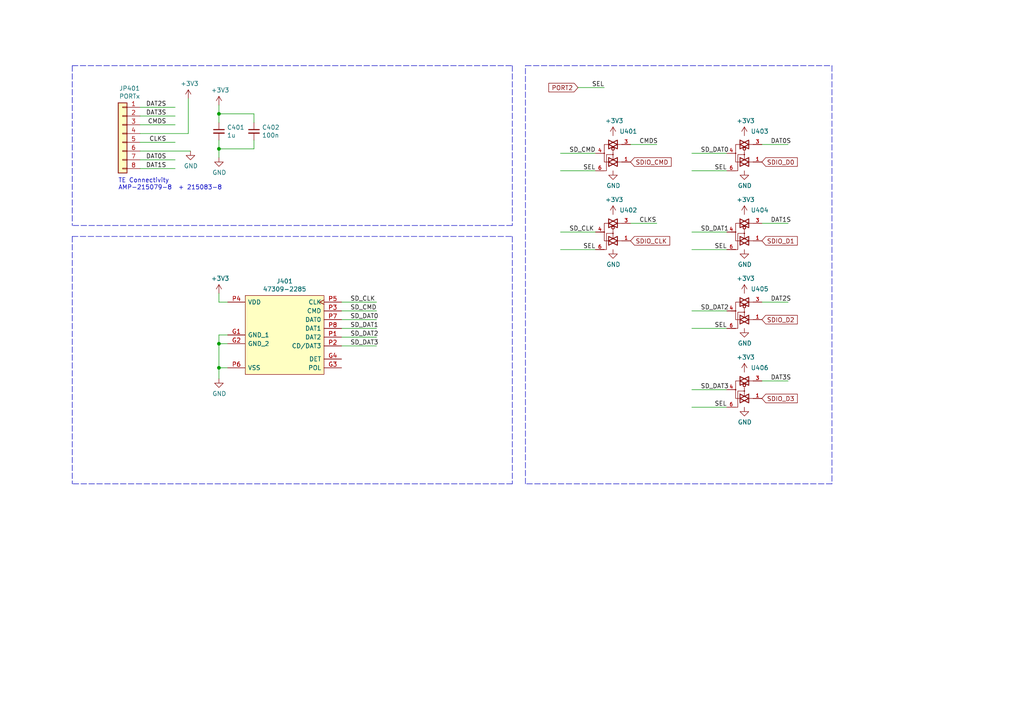
<source format=kicad_sch>
(kicad_sch (version 20200608) (host eeschema "(5.99.0-1973-g8c57821e9)")
  (page 1 9)
  (paper "A4")
  (lib_symbols
    (symbol "47309-2285:47309-2285" (pin_names (offset 0.762))
      (property "Reference" "J" (at 29.21 7.62 0))
      (property "Value" "47309-2285" (at 29.21 5.08 0))
      (symbol "47309-2285_0_1"
        (polyline (pts (xy 5.08 2.54) (xy 27.94 2.54) (xy 27.94 -20.32) (xy 5.08 -20.32) (xy 5.08 2.54)) (stroke (width 0.152)) (fill (type background)))
      )
      (symbol "47309-2285_0_0"
        (pin passive line (at 0 -8.89 0) (length 5.08) (name "GND_1") (number "G1"))
        (pin passive line (at 0 -11.43 0) (length 5.08) (name "GND_2") (number "G2"))
        (pin passive line (at 33.02 -18.415 180) (length 5.08) (name "POL") (number "G3"))
        (pin passive line (at 33.02 -15.875 180) (length 5.08) (name "DET") (number "G4"))
        (pin passive line (at 33.02 -9.525 180) (length 5.08) (name "DAT2") (number "P1"))
        (pin passive line (at 33.02 -12.065 180) (length 5.08) (name "CD/DAT3") (number "P2"))
        (pin passive line (at 33.02 -1.905 180) (length 5.08) (name "CMD") (number "P3"))
        (pin passive line (at 0 0.635 0) (length 5.08) (name "VDD") (number "P4"))
        (pin passive clock (at 33.02 0.635 180) (length 5.08) (name "CLK") (number "P5"))
        (pin passive line (at 0 -18.415 0) (length 5.08) (name "VSS") (number "P6"))
        (pin passive line (at 33.02 -4.445 180) (length 5.08) (name "DAT0") (number "P7"))
        (pin passive line (at 33.02 -6.985 180) (length 5.08) (name "DAT1") (number "P8"))
      )
    )
    (symbol "74LVC1G3157:74LVC1G3157"
      (property "Reference" "U" (at -2.54 5.08 0))
      (property "Value" "74LVC1G3157" (at 0 -6.35 0))
      (symbol "74LVC1G3157_0_0"
        (circle (center -2.54 0) (radius 0.127))
        (circle (center 0 -0.381) (radius 0.127))
        (circle (center 0 1.27) (radius 0.381) (stroke (width 0.254)))
        (polyline (pts (xy -3.81 -5.08) (xy -2.54 -5.08)))
        (polyline (pts (xy -3.81 0) (xy -2.54 0)))
        (polyline (pts (xy 2.54 -2.54) (xy 1.27 -2.54)))
        (polyline (pts (xy 2.54 2.54) (xy 1.27 2.54)))
        (polyline (pts (xy 0 0.635) (xy 0 -0.381) (xy 0 -1.905)))
        (polyline (pts (xy -1.27 -2.54) (xy 0 -3.175) (xy -1.27 -3.81) (xy -1.27 -2.54)) (stroke (width 0.254)))
        (polyline (pts (xy -1.27 -1.27) (xy -1.27 -2.54) (xy 0 -1.905) (xy -1.27 -1.27)) (stroke (width 0.254)))
        (polyline (pts (xy -1.27 2.54) (xy 0 1.905) (xy -1.27 1.27) (xy -1.27 2.54)) (stroke (width 0.254)))
        (polyline (pts (xy -1.27 3.81) (xy 0 3.175) (xy -1.27 2.54) (xy -1.27 3.81)) (stroke (width 0.254)))
        (polyline (pts (xy 0 -0.381) (xy -1.905 -0.381) (xy -1.905 -5.08) (xy -2.54 -5.08)))
        (polyline (pts (xy 1.27 -2.54) (xy 0 -3.175) (xy 1.27 -3.81) (xy 1.27 -2.54)) (stroke (width 0.254)))
        (polyline (pts (xy 1.27 -1.27) (xy 1.27 -2.54) (xy 0 -1.905) (xy 1.27 -1.27)) (stroke (width 0.254)))
        (polyline (pts (xy 1.27 2.54) (xy 1.27 1.27) (xy 0 1.905) (xy 1.27 2.54)) (stroke (width 0.254)))
        (polyline (pts (xy 1.27 2.54) (xy 1.27 3.81) (xy 0 3.175) (xy 1.27 2.54)) (stroke (width 0.254)))
        (polyline (pts (xy -1.27 2.54) (xy -2.54 2.54) (xy -2.54 0) (xy -2.54 -2.54) (xy -1.27 -2.54)))
        (pin power_in line (at 0 -5.08 270) (length 0) hide (name "GND") (number "2"))
        (pin power_in line (at 0 5.08 90) (length 0) hide (name "VCC") (number "5"))
        (pin bidirectional line (at 5.08 2.54 180) (length 2.54) (name "~") (number "3"))
        (pin bidirectional line (at 5.08 -2.54 180) (length 2.54) (name "~") (number "1"))
        (pin bidirectional line (at -5.08 0 0) (length 2.54) (name "~") (number "4"))
        (pin input line (at -5.08 -5.08 0) (length 2.54) (name "~") (number "6"))
      )
    )
    (symbol "74LVC1G3157:74LVC1G3157_1"
      (property "Reference" "U" (at -2.54 5.08 0))
      (property "Value" "74LVC1G3157" (at 0 -6.35 0))
      (symbol "74LVC1G3157_1_0_0"
        (circle (center -2.54 0) (radius 0.127))
        (circle (center 0 -0.381) (radius 0.127))
        (circle (center 0 1.27) (radius 0.381) (stroke (width 0.254)))
        (polyline (pts (xy -3.81 -5.08) (xy -2.54 -5.08)))
        (polyline (pts (xy -3.81 0) (xy -2.54 0)))
        (polyline (pts (xy 2.54 -2.54) (xy 1.27 -2.54)))
        (polyline (pts (xy 2.54 2.54) (xy 1.27 2.54)))
        (polyline (pts (xy 0 0.635) (xy 0 -0.381) (xy 0 -1.905)))
        (polyline (pts (xy -1.27 -2.54) (xy 0 -3.175) (xy -1.27 -3.81) (xy -1.27 -2.54)) (stroke (width 0.254)))
        (polyline (pts (xy -1.27 -1.27) (xy -1.27 -2.54) (xy 0 -1.905) (xy -1.27 -1.27)) (stroke (width 0.254)))
        (polyline (pts (xy -1.27 2.54) (xy 0 1.905) (xy -1.27 1.27) (xy -1.27 2.54)) (stroke (width 0.254)))
        (polyline (pts (xy -1.27 3.81) (xy 0 3.175) (xy -1.27 2.54) (xy -1.27 3.81)) (stroke (width 0.254)))
        (polyline (pts (xy 0 -0.381) (xy -1.905 -0.381) (xy -1.905 -5.08) (xy -2.54 -5.08)))
        (polyline (pts (xy 1.27 -2.54) (xy 0 -3.175) (xy 1.27 -3.81) (xy 1.27 -2.54)) (stroke (width 0.254)))
        (polyline (pts (xy 1.27 -1.27) (xy 1.27 -2.54) (xy 0 -1.905) (xy 1.27 -1.27)) (stroke (width 0.254)))
        (polyline (pts (xy 1.27 2.54) (xy 1.27 1.27) (xy 0 1.905) (xy 1.27 2.54)) (stroke (width 0.254)))
        (polyline (pts (xy 1.27 2.54) (xy 1.27 3.81) (xy 0 3.175) (xy 1.27 2.54)) (stroke (width 0.254)))
        (polyline (pts (xy -1.27 2.54) (xy -2.54 2.54) (xy -2.54 0) (xy -2.54 -2.54) (xy -1.27 -2.54)))
        (pin power_in line (at 0 -5.08 270) (length 0) hide (name "GND") (number "2"))
        (pin power_in line (at 0 5.08 90) (length 0) hide (name "VCC") (number "5"))
        (pin bidirectional line (at 5.08 2.54 180) (length 2.54) (name "~") (number "3"))
        (pin bidirectional line (at 5.08 -2.54 180) (length 2.54) (name "~") (number "1"))
        (pin bidirectional line (at -5.08 0 0) (length 2.54) (name "~") (number "4"))
        (pin input line (at -5.08 -5.08 0) (length 2.54) (name "~") (number "6"))
      )
    )
    (symbol "74LVC1G3157:74LVC1G3157_2"
      (property "Reference" "U" (at -2.54 5.08 0))
      (property "Value" "74LVC1G3157" (at 0 -6.35 0))
      (symbol "74LVC1G3157_2_0_0"
        (circle (center -2.54 0) (radius 0.127))
        (circle (center 0 -0.381) (radius 0.127))
        (circle (center 0 1.27) (radius 0.381) (stroke (width 0.254)))
        (polyline (pts (xy -3.81 -5.08) (xy -2.54 -5.08)))
        (polyline (pts (xy -3.81 0) (xy -2.54 0)))
        (polyline (pts (xy 2.54 -2.54) (xy 1.27 -2.54)))
        (polyline (pts (xy 2.54 2.54) (xy 1.27 2.54)))
        (polyline (pts (xy 0 0.635) (xy 0 -0.381) (xy 0 -1.905)))
        (polyline (pts (xy -1.27 -2.54) (xy 0 -3.175) (xy -1.27 -3.81) (xy -1.27 -2.54)) (stroke (width 0.254)))
        (polyline (pts (xy -1.27 -1.27) (xy -1.27 -2.54) (xy 0 -1.905) (xy -1.27 -1.27)) (stroke (width 0.254)))
        (polyline (pts (xy -1.27 2.54) (xy 0 1.905) (xy -1.27 1.27) (xy -1.27 2.54)) (stroke (width 0.254)))
        (polyline (pts (xy -1.27 3.81) (xy 0 3.175) (xy -1.27 2.54) (xy -1.27 3.81)) (stroke (width 0.254)))
        (polyline (pts (xy 0 -0.381) (xy -1.905 -0.381) (xy -1.905 -5.08) (xy -2.54 -5.08)))
        (polyline (pts (xy 1.27 -2.54) (xy 0 -3.175) (xy 1.27 -3.81) (xy 1.27 -2.54)) (stroke (width 0.254)))
        (polyline (pts (xy 1.27 -1.27) (xy 1.27 -2.54) (xy 0 -1.905) (xy 1.27 -1.27)) (stroke (width 0.254)))
        (polyline (pts (xy 1.27 2.54) (xy 1.27 1.27) (xy 0 1.905) (xy 1.27 2.54)) (stroke (width 0.254)))
        (polyline (pts (xy 1.27 2.54) (xy 1.27 3.81) (xy 0 3.175) (xy 1.27 2.54)) (stroke (width 0.254)))
        (polyline (pts (xy -1.27 2.54) (xy -2.54 2.54) (xy -2.54 0) (xy -2.54 -2.54) (xy -1.27 -2.54)))
        (pin power_in line (at 0 -5.08 270) (length 0) hide (name "GND") (number "2"))
        (pin power_in line (at 0 5.08 90) (length 0) hide (name "VCC") (number "5"))
        (pin bidirectional line (at 5.08 2.54 180) (length 2.54) (name "~") (number "3"))
        (pin bidirectional line (at 5.08 -2.54 180) (length 2.54) (name "~") (number "1"))
        (pin bidirectional line (at -5.08 0 0) (length 2.54) (name "~") (number "4"))
        (pin input line (at -5.08 -5.08 0) (length 2.54) (name "~") (number "6"))
      )
    )
    (symbol "74LVC1G3157:74LVC1G3157_3"
      (property "Reference" "U" (at -2.54 5.08 0))
      (property "Value" "74LVC1G3157" (at 0 -6.35 0))
      (symbol "74LVC1G3157_3_0_0"
        (circle (center -2.54 0) (radius 0.127))
        (circle (center 0 -0.381) (radius 0.127))
        (circle (center 0 1.27) (radius 0.381) (stroke (width 0.254)))
        (polyline (pts (xy -3.81 -5.08) (xy -2.54 -5.08)))
        (polyline (pts (xy -3.81 0) (xy -2.54 0)))
        (polyline (pts (xy 2.54 -2.54) (xy 1.27 -2.54)))
        (polyline (pts (xy 2.54 2.54) (xy 1.27 2.54)))
        (polyline (pts (xy 0 0.635) (xy 0 -0.381) (xy 0 -1.905)))
        (polyline (pts (xy -1.27 -2.54) (xy 0 -3.175) (xy -1.27 -3.81) (xy -1.27 -2.54)) (stroke (width 0.254)))
        (polyline (pts (xy -1.27 -1.27) (xy -1.27 -2.54) (xy 0 -1.905) (xy -1.27 -1.27)) (stroke (width 0.254)))
        (polyline (pts (xy -1.27 2.54) (xy 0 1.905) (xy -1.27 1.27) (xy -1.27 2.54)) (stroke (width 0.254)))
        (polyline (pts (xy -1.27 3.81) (xy 0 3.175) (xy -1.27 2.54) (xy -1.27 3.81)) (stroke (width 0.254)))
        (polyline (pts (xy 0 -0.381) (xy -1.905 -0.381) (xy -1.905 -5.08) (xy -2.54 -5.08)))
        (polyline (pts (xy 1.27 -2.54) (xy 0 -3.175) (xy 1.27 -3.81) (xy 1.27 -2.54)) (stroke (width 0.254)))
        (polyline (pts (xy 1.27 -1.27) (xy 1.27 -2.54) (xy 0 -1.905) (xy 1.27 -1.27)) (stroke (width 0.254)))
        (polyline (pts (xy 1.27 2.54) (xy 1.27 1.27) (xy 0 1.905) (xy 1.27 2.54)) (stroke (width 0.254)))
        (polyline (pts (xy 1.27 2.54) (xy 1.27 3.81) (xy 0 3.175) (xy 1.27 2.54)) (stroke (width 0.254)))
        (polyline (pts (xy -1.27 2.54) (xy -2.54 2.54) (xy -2.54 0) (xy -2.54 -2.54) (xy -1.27 -2.54)))
        (pin power_in line (at 0 -5.08 270) (length 0) hide (name "GND") (number "2"))
        (pin power_in line (at 0 5.08 90) (length 0) hide (name "VCC") (number "5"))
        (pin bidirectional line (at 5.08 2.54 180) (length 2.54) (name "~") (number "3"))
        (pin bidirectional line (at 5.08 -2.54 180) (length 2.54) (name "~") (number "1"))
        (pin bidirectional line (at -5.08 0 0) (length 2.54) (name "~") (number "4"))
        (pin input line (at -5.08 -5.08 0) (length 2.54) (name "~") (number "6"))
      )
    )
    (symbol "74LVC1G3157:74LVC1G3157_4"
      (property "Reference" "U" (at -2.54 5.08 0))
      (property "Value" "74LVC1G3157" (at 0 -6.35 0))
      (symbol "74LVC1G3157_4_0_0"
        (circle (center -2.54 0) (radius 0.127))
        (circle (center 0 -0.381) (radius 0.127))
        (circle (center 0 1.27) (radius 0.381) (stroke (width 0.254)))
        (polyline (pts (xy -3.81 -5.08) (xy -2.54 -5.08)))
        (polyline (pts (xy -3.81 0) (xy -2.54 0)))
        (polyline (pts (xy 2.54 -2.54) (xy 1.27 -2.54)))
        (polyline (pts (xy 2.54 2.54) (xy 1.27 2.54)))
        (polyline (pts (xy 0 0.635) (xy 0 -0.381) (xy 0 -1.905)))
        (polyline (pts (xy -1.27 -2.54) (xy 0 -3.175) (xy -1.27 -3.81) (xy -1.27 -2.54)) (stroke (width 0.254)))
        (polyline (pts (xy -1.27 -1.27) (xy -1.27 -2.54) (xy 0 -1.905) (xy -1.27 -1.27)) (stroke (width 0.254)))
        (polyline (pts (xy -1.27 2.54) (xy 0 1.905) (xy -1.27 1.27) (xy -1.27 2.54)) (stroke (width 0.254)))
        (polyline (pts (xy -1.27 3.81) (xy 0 3.175) (xy -1.27 2.54) (xy -1.27 3.81)) (stroke (width 0.254)))
        (polyline (pts (xy 0 -0.381) (xy -1.905 -0.381) (xy -1.905 -5.08) (xy -2.54 -5.08)))
        (polyline (pts (xy 1.27 -2.54) (xy 0 -3.175) (xy 1.27 -3.81) (xy 1.27 -2.54)) (stroke (width 0.254)))
        (polyline (pts (xy 1.27 -1.27) (xy 1.27 -2.54) (xy 0 -1.905) (xy 1.27 -1.27)) (stroke (width 0.254)))
        (polyline (pts (xy 1.27 2.54) (xy 1.27 1.27) (xy 0 1.905) (xy 1.27 2.54)) (stroke (width 0.254)))
        (polyline (pts (xy 1.27 2.54) (xy 1.27 3.81) (xy 0 3.175) (xy 1.27 2.54)) (stroke (width 0.254)))
        (polyline (pts (xy -1.27 2.54) (xy -2.54 2.54) (xy -2.54 0) (xy -2.54 -2.54) (xy -1.27 -2.54)))
        (pin power_in line (at 0 -5.08 270) (length 0) hide (name "GND") (number "2"))
        (pin power_in line (at 0 5.08 90) (length 0) hide (name "VCC") (number "5"))
        (pin bidirectional line (at 5.08 2.54 180) (length 2.54) (name "~") (number "3"))
        (pin bidirectional line (at 5.08 -2.54 180) (length 2.54) (name "~") (number "1"))
        (pin bidirectional line (at -5.08 0 0) (length 2.54) (name "~") (number "4"))
        (pin input line (at -5.08 -5.08 0) (length 2.54) (name "~") (number "6"))
      )
    )
    (symbol "74LVC1G3157:74LVC1G3157_5"
      (property "Reference" "U" (at -2.54 5.08 0))
      (property "Value" "74LVC1G3157" (at 0 -6.35 0))
      (symbol "74LVC1G3157_5_0_0"
        (circle (center -2.54 0) (radius 0.127))
        (circle (center 0 -0.381) (radius 0.127))
        (circle (center 0 1.27) (radius 0.381) (stroke (width 0.254)))
        (polyline (pts (xy -3.81 -5.08) (xy -2.54 -5.08)))
        (polyline (pts (xy -3.81 0) (xy -2.54 0)))
        (polyline (pts (xy 2.54 -2.54) (xy 1.27 -2.54)))
        (polyline (pts (xy 2.54 2.54) (xy 1.27 2.54)))
        (polyline (pts (xy 0 0.635) (xy 0 -0.381) (xy 0 -1.905)))
        (polyline (pts (xy -1.27 -2.54) (xy 0 -3.175) (xy -1.27 -3.81) (xy -1.27 -2.54)) (stroke (width 0.254)))
        (polyline (pts (xy -1.27 -1.27) (xy -1.27 -2.54) (xy 0 -1.905) (xy -1.27 -1.27)) (stroke (width 0.254)))
        (polyline (pts (xy -1.27 2.54) (xy 0 1.905) (xy -1.27 1.27) (xy -1.27 2.54)) (stroke (width 0.254)))
        (polyline (pts (xy -1.27 3.81) (xy 0 3.175) (xy -1.27 2.54) (xy -1.27 3.81)) (stroke (width 0.254)))
        (polyline (pts (xy 0 -0.381) (xy -1.905 -0.381) (xy -1.905 -5.08) (xy -2.54 -5.08)))
        (polyline (pts (xy 1.27 -2.54) (xy 0 -3.175) (xy 1.27 -3.81) (xy 1.27 -2.54)) (stroke (width 0.254)))
        (polyline (pts (xy 1.27 -1.27) (xy 1.27 -2.54) (xy 0 -1.905) (xy 1.27 -1.27)) (stroke (width 0.254)))
        (polyline (pts (xy 1.27 2.54) (xy 1.27 1.27) (xy 0 1.905) (xy 1.27 2.54)) (stroke (width 0.254)))
        (polyline (pts (xy 1.27 2.54) (xy 1.27 3.81) (xy 0 3.175) (xy 1.27 2.54)) (stroke (width 0.254)))
        (polyline (pts (xy -1.27 2.54) (xy -2.54 2.54) (xy -2.54 0) (xy -2.54 -2.54) (xy -1.27 -2.54)))
        (pin power_in line (at 0 -5.08 270) (length 0) hide (name "GND") (number "2"))
        (pin power_in line (at 0 5.08 90) (length 0) hide (name "VCC") (number "5"))
        (pin bidirectional line (at 5.08 2.54 180) (length 2.54) (name "~") (number "3"))
        (pin bidirectional line (at 5.08 -2.54 180) (length 2.54) (name "~") (number "1"))
        (pin bidirectional line (at -5.08 0 0) (length 2.54) (name "~") (number "4"))
        (pin input line (at -5.08 -5.08 0) (length 2.54) (name "~") (number "6"))
      )
    )
    (symbol "Connector_Generic:Conn_01x08" (pin_names hide)
      (property "Reference" "J" (at 0 10.16 0))
      (property "Value" "Conn_01x08" (at 0 -12.7 0))
      (symbol "Conn_01x08_1_1"
        (rectangle (start -1.27 -4.953) (end 0 -5.207) (stroke (width 0.1524)))
        (rectangle (start -1.27 -7.493) (end 0 -7.747) (stroke (width 0.1524)))
        (rectangle (start -1.27 -10.033) (end 0 -10.287) (stroke (width 0.1524)))
        (rectangle (start -1.27 -2.413) (end 0 -2.667) (stroke (width 0.1524)))
        (rectangle (start -1.27 2.667) (end 0 2.413) (stroke (width 0.1524)))
        (rectangle (start -1.27 5.207) (end 0 4.953) (stroke (width 0.1524)))
        (rectangle (start -1.27 7.747) (end 0 7.493) (stroke (width 0.1524)))
        (rectangle (start -1.27 8.89) (end 1.27 -11.43) (stroke (width 0.254)) (fill (type background)))
        (rectangle (start -1.27 0.127) (end 0 -0.127) (stroke (width 0.1524)))
        (pin passive line (at -5.08 7.62 0) (length 3.81) (name "Pin_1") (number "1"))
        (pin passive line (at -5.08 5.08 0) (length 3.81) (name "Pin_2") (number "2"))
        (pin passive line (at -5.08 2.54 0) (length 3.81) (name "Pin_3") (number "3"))
        (pin passive line (at -5.08 0 0) (length 3.81) (name "Pin_4") (number "4"))
        (pin passive line (at -5.08 -2.54 0) (length 3.81) (name "Pin_5") (number "5"))
        (pin passive line (at -5.08 -5.08 0) (length 3.81) (name "Pin_6") (number "6"))
        (pin passive line (at -5.08 -7.62 0) (length 3.81) (name "Pin_7") (number "7"))
        (pin passive line (at -5.08 -10.16 0) (length 3.81) (name "Pin_8") (number "8"))
      )
    )
    (symbol "Device:C_Small_1" (pin_numbers hide) (pin_names (offset 0.254) hide)
      (property "Reference" "C" (at 0.254 1.778 0))
      (property "Value" "C_Small" (at 0.254 -2.032 0))
      (symbol "C_Small_1_0_1"
        (polyline (pts (xy -1.524 -0.508) (xy 1.524 -0.508)) (stroke (width 0.3302)))
        (polyline (pts (xy -1.524 0.508) (xy 1.524 0.508)) (stroke (width 0.3048)))
      )
      (symbol "C_Small_1_1_1"
        (pin passive line (at 0 2.54 270) (length 2.032) (name "~") (number "1"))
        (pin passive line (at 0 -2.54 90) (length 2.032) (name "~") (number "2"))
      )
    )
    (symbol "Device:C_Small_2" (pin_numbers hide) (pin_names (offset 0.254) hide)
      (property "Reference" "C" (at 0.254 1.778 0))
      (property "Value" "C_Small" (at 0.254 -2.032 0))
      (symbol "C_Small_2_0_1"
        (polyline (pts (xy -1.524 -0.508) (xy 1.524 -0.508)) (stroke (width 0.3302)))
        (polyline (pts (xy -1.524 0.508) (xy 1.524 0.508)) (stroke (width 0.3048)))
      )
      (symbol "C_Small_2_1_1"
        (pin passive line (at 0 2.54 270) (length 2.032) (name "~") (number "1"))
        (pin passive line (at 0 -2.54 90) (length 2.032) (name "~") (number "2"))
      )
    )
    (symbol "power:+3V3" (power) (pin_names (offset 0))
      (property "Value" "+3V3" (at 0 3.556 0))
      (symbol "+3V3_0_1"
        (polyline (pts (xy -0.762 1.27) (xy 0 2.54)))
        (polyline (pts (xy 0 0) (xy 0 2.54)))
        (polyline (pts (xy 0 2.54) (xy 0.762 1.27)))
      )
      (symbol "+3V3_1_1"
        (pin power_in line (at 0 0 90) (length 0) hide (name "+3V3") (number "1"))
      )
    )
    (symbol "power:GND" (power) (pin_names (offset 0))
      (property "Value" "GND" (at 0 -3.81 0))
      (symbol "GND_0_1"
        (polyline (pts (xy 0 0) (xy 0 -1.27) (xy 1.27 -1.27) (xy 0 -2.54) (xy -1.27 -1.27) (xy 0 -1.27)))
      )
      (symbol "GND_1_1"
        (pin power_in line (at 0 0 270) (length 0) hide (name "GND") (number "1"))
      )
    )
  )
  (junction (at 63.5 33.02))
  (junction (at 63.5 43.18))
  (junction (at 63.5 99.695))
  (junction (at 63.5 106.68))
  (wire (pts (xy 40.64 31.115) (xy 50.8 31.115)))
  (wire (pts (xy 40.64 33.655) (xy 50.8 33.655)))
  (wire (pts (xy 40.64 36.195) (xy 50.8 36.195)))
  (wire (pts (xy 40.64 41.275) (xy 50.8 41.275)))
  (wire (pts (xy 40.64 43.815) (xy 55.245 43.815)))
  (wire (pts (xy 40.64 46.355) (xy 50.8 46.355)))
  (wire (pts (xy 40.64 48.895) (xy 50.8 48.895)))
  (wire (pts (xy 54.61 28.575) (xy 54.61 38.735)))
  (wire (pts (xy 54.61 38.735) (xy 40.64 38.735)))
  (wire (pts (xy 63.5 30.48) (xy 63.5 33.02)))
  (wire (pts (xy 63.5 33.02) (xy 63.5 35.56)))
  (wire (pts (xy 63.5 40.64) (xy 63.5 43.18)))
  (wire (pts (xy 63.5 43.18) (xy 63.5 45.72)))
  (wire (pts (xy 63.5 85.09) (xy 63.5 87.63)))
  (wire (pts (xy 63.5 87.63) (xy 66.04 87.63)))
  (wire (pts (xy 63.5 97.155) (xy 66.04 97.155)))
  (wire (pts (xy 63.5 99.695) (xy 63.5 97.155)))
  (wire (pts (xy 63.5 99.695) (xy 66.04 99.695)))
  (wire (pts (xy 63.5 106.68) (xy 63.5 99.695)))
  (wire (pts (xy 63.5 106.68) (xy 66.04 106.68)))
  (wire (pts (xy 63.5 109.855) (xy 63.5 106.68)))
  (wire (pts (xy 73.66 33.02) (xy 63.5 33.02)))
  (wire (pts (xy 73.66 35.56) (xy 73.66 33.02)))
  (wire (pts (xy 73.66 40.64) (xy 73.66 43.18)))
  (wire (pts (xy 73.66 43.18) (xy 63.5 43.18)))
  (wire (pts (xy 99.06 87.63) (xy 109.22 87.63)))
  (wire (pts (xy 99.06 90.17) (xy 109.22 90.17)))
  (wire (pts (xy 99.06 92.71) (xy 109.22 92.71)))
  (wire (pts (xy 99.06 95.25) (xy 109.22 95.25)))
  (wire (pts (xy 99.06 97.79) (xy 109.22 97.79)))
  (wire (pts (xy 99.06 100.33) (xy 109.22 100.33)))
  (wire (pts (xy 162.56 44.45) (xy 172.72 44.45)))
  (wire (pts (xy 162.56 49.53) (xy 172.72 49.53)))
  (wire (pts (xy 162.56 67.31) (xy 172.72 67.31)))
  (wire (pts (xy 162.56 72.39) (xy 172.72 72.39)))
  (wire (pts (xy 167.64 25.4) (xy 175.26 25.4)))
  (wire (pts (xy 182.88 41.91) (xy 190.5 41.91)))
  (wire (pts (xy 182.88 64.77) (xy 190.5 64.77)))
  (wire (pts (xy 200.66 44.45) (xy 210.82 44.45)))
  (wire (pts (xy 200.66 49.53) (xy 210.82 49.53)))
  (wire (pts (xy 200.66 67.31) (xy 210.82 67.31)))
  (wire (pts (xy 200.66 72.39) (xy 210.82 72.39)))
  (wire (pts (xy 200.66 90.17) (xy 210.82 90.17)))
  (wire (pts (xy 200.66 95.25) (xy 210.82 95.25)))
  (wire (pts (xy 200.66 113.03) (xy 210.82 113.03)))
  (wire (pts (xy 200.66 118.11) (xy 210.82 118.11)))
  (wire (pts (xy 220.98 41.91) (xy 228.6 41.91)))
  (wire (pts (xy 220.98 64.77) (xy 228.6 64.77)))
  (wire (pts (xy 220.98 87.63) (xy 228.6 87.63)))
  (wire (pts (xy 220.98 110.49) (xy 228.6 110.49)))
  (polyline (pts (xy 20.955 19.05) (xy 20.955 65.405)) (stroke (width 0) (type dash)))
  (polyline (pts (xy 20.955 19.05) (xy 148.59 19.05)) (stroke (width 0) (type dash)))
  (polyline (pts (xy 20.955 68.58) (xy 20.955 140.335)) (stroke (width 0) (type dash)))
  (polyline (pts (xy 20.955 68.58) (xy 148.59 68.58)) (stroke (width 0) (type dash)))
  (polyline (pts (xy 148.59 19.05) (xy 148.59 65.405)) (stroke (width 0) (type dash)))
  (polyline (pts (xy 148.59 65.405) (xy 20.955 65.405)) (stroke (width 0) (type dash)))
  (polyline (pts (xy 148.59 68.58) (xy 148.59 140.335)) (stroke (width 0) (type dash)))
  (polyline (pts (xy 148.59 140.335) (xy 20.955 140.335)) (stroke (width 0) (type dash)))
  (polyline (pts (xy 152.4 19.05) (xy 161.29 19.05)) (stroke (width 0) (type dash)))
  (polyline (pts (xy 152.4 140.335) (xy 152.4 19.05)) (stroke (width 0) (type dash)))
  (polyline (pts (xy 161.29 19.05) (xy 241.3 19.05)) (stroke (width 0) (type dash)))
  (polyline (pts (xy 241.3 19.05) (xy 241.3 140.335)) (stroke (width 0) (type dash)))
  (polyline (pts (xy 241.3 140.335) (xy 152.4 140.335)) (stroke (width 0) (type dash)))
  (text "TE Connectivity\nAMP-215079-8  + 215083-8" (at 34.29 55.245 0) (effects (font (size 1.27 1.27)) (justify left bottom)))
  (label "DAT2S" (at 48.26 31.115 180))
  (label "DAT3S" (at 48.26 33.655 180))
  (label "CMDS" (at 48.26 36.195 180))
  (label "CLKS" (at 48.26 41.275 180))
  (label "DAT0S" (at 48.26 46.355 180))
  (label "DAT1S" (at 48.26 48.895 180))
  (label "SD_CLK" (at 101.6 87.63 0))
  (label "SD_CMD" (at 101.6 90.17 0))
  (label "SD_DAT0" (at 101.6 92.71 0))
  (label "SD_DAT1" (at 101.6 95.25 0))
  (label "SD_DAT2" (at 101.6 97.79 0))
  (label "SD_DAT3" (at 101.6 100.33 0))
  (label "SD_CMD" (at 165.1 44.45 0))
  (label "SD_CLK" (at 165.1 67.31 0))
  (label "SEL" (at 172.72 49.53 180))
  (label "SEL" (at 172.72 72.39 180))
  (label "SEL" (at 175.26 25.4 180))
  (label "CMDS" (at 185.42 41.91 0))
  (label "CLKS" (at 185.42 64.77 0))
  (label "SD_DAT0" (at 203.2 44.45 0))
  (label "SD_DAT1" (at 203.2 67.31 0))
  (label "SD_DAT2" (at 203.2 90.17 0))
  (label "SD_DAT3" (at 203.2 113.03 0))
  (label "SEL" (at 210.82 49.53 180))
  (label "SEL" (at 210.82 72.39 180))
  (label "SEL" (at 210.82 95.25 180))
  (label "SEL" (at 210.82 118.11 180))
  (label "DAT0S" (at 223.52 41.91 0))
  (label "DAT1S" (at 223.52 64.77 0))
  (label "DAT2S" (at 223.52 87.63 0))
  (label "DAT3S" (at 223.52 110.49 0))
  (global_label "PORT2" (shape input) (at 167.64 25.4 180))
  (global_label "SDIO_CMD" (shape input) (at 182.88 46.99 0))
  (global_label "SDIO_CLK" (shape input) (at 182.88 69.85 0))
  (global_label "SDIO_D0" (shape input) (at 220.98 46.99 0))
  (global_label "SDIO_D1" (shape input) (at 220.98 69.85 0))
  (global_label "SDIO_D2" (shape input) (at 220.98 92.71 0))
  (global_label "SDIO_D3" (shape input) (at 220.98 115.57 0))
  (symbol (lib_id "power:+3V3") (at 54.61 28.575 0) (unit 1)
    (property "Reference" "#PWR0401" (effects hide))
    (property "Value" "+3V3" (at 54.9783 24.2506 0))
  )
  (symbol (lib_id "power:+3V3") (at 63.5 30.48 0) (unit 1)
    (property "Reference" "#PWR0122" (effects hide))
    (property "Value" "+3V3" (at 63.8683 26.1556 0))
  )
  (symbol (lib_id "power:+3V3") (at 63.5 85.09 0) (unit 1)
    (property "Reference" "#PWR0405" (effects hide))
    (property "Value" "+3V3" (at 63.8683 80.7656 0))
  )
  (symbol (lib_id "power:+3V3") (at 177.8 39.37 0) (unit 1)
    (property "Reference" "#PWR0407" (effects hide))
    (property "Value" "+3V3" (at 178.1683 35.0456 0))
  )
  (symbol (lib_id "power:+3V3") (at 177.8 62.23 0) (unit 1)
    (property "Reference" "#PWR0409" (effects hide))
    (property "Value" "+3V3" (at 178.1683 57.9056 0))
  )
  (symbol (lib_id "power:+3V3") (at 215.9 39.37 0) (unit 1)
    (property "Reference" "#PWR0124" (effects hide))
    (property "Value" "+3V3" (at 216.2683 35.0456 0))
  )
  (symbol (lib_id "power:+3V3") (at 215.9 62.23 0) (unit 1)
    (property "Reference" "#PWR0413" (effects hide))
    (property "Value" "+3V3" (at 216.2683 57.9056 0))
  )
  (symbol (lib_id "power:+3V3") (at 215.9 85.09 0) (unit 1)
    (property "Reference" "#PWR0415" (effects hide))
    (property "Value" "+3V3" (at 216.2683 80.7656 0))
  )
  (symbol (lib_id "power:+3V3") (at 215.9 107.95 0) (unit 1)
    (property "Reference" "#PWR0417" (effects hide))
    (property "Value" "+3V3" (at 216.2683 103.6256 0))
  )
  (symbol (lib_id "power:GND") (at 55.245 43.815 0) (unit 1)
    (property "Reference" "#PWR0402" (effects hide))
    (property "Value" "GND" (at 55.3593 48.1394 0))
  )
  (symbol (lib_id "power:GND") (at 63.5 45.72 0) (unit 1)
    (property "Reference" "#PWR0404" (effects hide))
    (property "Value" "GND" (at 63.6143 50.0444 0))
  )
  (symbol (lib_id "power:GND") (at 63.5 109.855 0) (unit 1)
    (property "Reference" "#PWR0406" (effects hide))
    (property "Value" "GND" (at 63.6143 114.1794 0))
  )
  (symbol (lib_id "power:GND") (at 177.8 49.53 0) (unit 1)
    (property "Reference" "#PWR0408" (effects hide))
    (property "Value" "GND" (at 177.9143 53.8544 0))
  )
  (symbol (lib_id "power:GND") (at 177.8 72.39 0) (unit 1)
    (property "Reference" "#PWR0123" (effects hide))
    (property "Value" "GND" (at 177.9143 76.7144 0))
  )
  (symbol (lib_id "power:GND") (at 215.9 49.53 0) (unit 1)
    (property "Reference" "#PWR0125" (effects hide))
    (property "Value" "GND" (at 216.0143 53.8544 0))
  )
  (symbol (lib_id "power:GND") (at 215.9 72.39 0) (unit 1)
    (property "Reference" "#PWR0414" (effects hide))
    (property "Value" "GND" (at 216.0143 76.7144 0))
  )
  (symbol (lib_id "power:GND") (at 215.9 95.25 0) (unit 1)
    (property "Reference" "#PWR0416" (effects hide))
    (property "Value" "GND" (at 216.0143 99.5744 0))
  )
  (symbol (lib_id "power:GND") (at 215.9 118.11 0) (unit 1)
    (property "Reference" "#PWR0418" (effects hide))
    (property "Value" "GND" (at 216.0143 122.4344 0))
  )
  (symbol (lib_name "Device:C_Small_1") (lib_id "Device:C_Small") (at 63.5 38.1 0) (unit 1)
    (property "Reference" "C401" (at 65.8242 36.9506 0) (effects (justify left)))
    (property "Value" "1u" (at 65.8242 39.2493 0) (effects (justify left)))
    (property "Footprint" "Capacitor_SMD:C_0402_1005Metric" (effects hide))
    (property "LCSC Part#" "C52923" (effects hide))
  )
  (symbol (lib_name "Device:C_Small_2") (lib_id "Device:C_Small") (at 73.66 38.1 0) (unit 1)
    (property "Reference" "C402" (at 75.9842 36.9506 0) (effects (justify left)))
    (property "Value" "100n" (at 75.984 39.249 0) (effects (justify left)))
    (property "Footprint" "Capacitor_SMD:C_0402_1005Metric" (effects hide))
    (property "LCSC Part#" "C1525" (effects hide))
  )
  (symbol (lib_name "74LVC1G3157:74LVC1G3157_2") (lib_id "74LVC1G3157:74LVC1G3157") (at 177.8 44.45 0) (unit 1)
    (property "Reference" "U401" (at 182.245 38.1 0))
    (property "Value" "74LVC1G3157" (effects hide))
    (property "Footprint" "Package_TO_SOT_SMD:SOT-363_SC-70-6" (effects hide))
    (property "Datasheet" "https://www.ti.com/lit/ds/symlink/sn74lvc1g3157.pdf" (effects hide))
    (property "LCSC Part#" " C38663" (effects hide))
  )
  (symbol (lib_name "74LVC1G3157:74LVC1G3157_1") (lib_id "74LVC1G3157:74LVC1G3157") (at 177.8 67.31 0) (unit 1)
    (property "Reference" "U402" (at 182.245 60.96 0))
    (property "Value" "74LVC1G3157" (effects hide))
    (property "Footprint" "Package_TO_SOT_SMD:SOT-363_SC-70-6" (effects hide))
    (property "Datasheet" "https://www.ti.com/lit/ds/symlink/sn74lvc1g3157.pdf" (effects hide))
    (property "LCSC Part#" " C38663" (effects hide))
  )
  (symbol (lib_name "74LVC1G3157:74LVC1G3157_3") (lib_id "74LVC1G3157:74LVC1G3157") (at 215.9 44.45 0) (unit 1)
    (property "Reference" "U403" (at 220.345 38.1 0))
    (property "Value" "74LVC1G3157" (effects hide))
    (property "Footprint" "Package_TO_SOT_SMD:SOT-363_SC-70-6" (effects hide))
    (property "Datasheet" "https://www.ti.com/lit/ds/symlink/sn74lvc1g3157.pdf" (effects hide))
    (property "LCSC Part#" " C38663" (effects hide))
  )
  (symbol (lib_name "74LVC1G3157:74LVC1G3157_4") (lib_id "74LVC1G3157:74LVC1G3157") (at 215.9 67.31 0) (unit 1)
    (property "Reference" "U404" (at 220.345 60.96 0))
    (property "Value" "74LVC1G3157" (effects hide))
    (property "Footprint" "Package_TO_SOT_SMD:SOT-363_SC-70-6" (effects hide))
    (property "Datasheet" "https://www.ti.com/lit/ds/symlink/sn74lvc1g3157.pdf" (effects hide))
    (property "LCSC Part#" " C38663" (effects hide))
  )
  (symbol (lib_name "74LVC1G3157:74LVC1G3157_5") (lib_id "74LVC1G3157:74LVC1G3157") (at 215.9 90.17 0) (unit 1)
    (property "Reference" "U405" (at 220.345 83.82 0))
    (property "Value" "74LVC1G3157" (effects hide))
    (property "Footprint" "Package_TO_SOT_SMD:SOT-363_SC-70-6" (effects hide))
    (property "Datasheet" "https://www.ti.com/lit/ds/symlink/sn74lvc1g3157.pdf" (effects hide))
    (property "LCSC Part#" " C38663" (effects hide))
  )
  (symbol (lib_id "74LVC1G3157:74LVC1G3157") (at 215.9 113.03 0) (unit 1)
    (property "Reference" "U406" (at 220.345 106.68 0))
    (property "Value" "74LVC1G3157" (effects hide))
    (property "Footprint" "Package_TO_SOT_SMD:SOT-363_SC-70-6" (effects hide))
    (property "Datasheet" "https://www.ti.com/lit/ds/symlink/sn74lvc1g3157.pdf" (effects hide))
    (property "LCSC Part#" " C38663" (effects hide))
  )
  (symbol (lib_id "Connector_Generic:Conn_01x08") (at 35.56 38.735 0) (mirror y) (unit 1)
    (property "Reference" "JP401" (at 37.592 25.635 0))
    (property "Value" "PORTx" (at 37.592 27.9335 0))
    (property "Footprint" "footprints:ConnectorMicromatch-8" (effects hide))
  )
  (symbol (lib_id "47309-2285:47309-2285") (at 66.04 88.265 0) (unit 1)
    (property "Reference" "J401" (at 82.55 81.566 0))
    (property "Value" "47309-2285" (at 82.55 83.8645 0))
    (property "Footprint" "footprints:47309-2285" (effects hide))
    (property "Datasheet" "https://www.molex.com/pdm_docs/sd/473092285_sd.pdf" (effects hide))
    (property "Mouser Part#" "538-47309-2285" (effects hide))
  )
)
</source>
